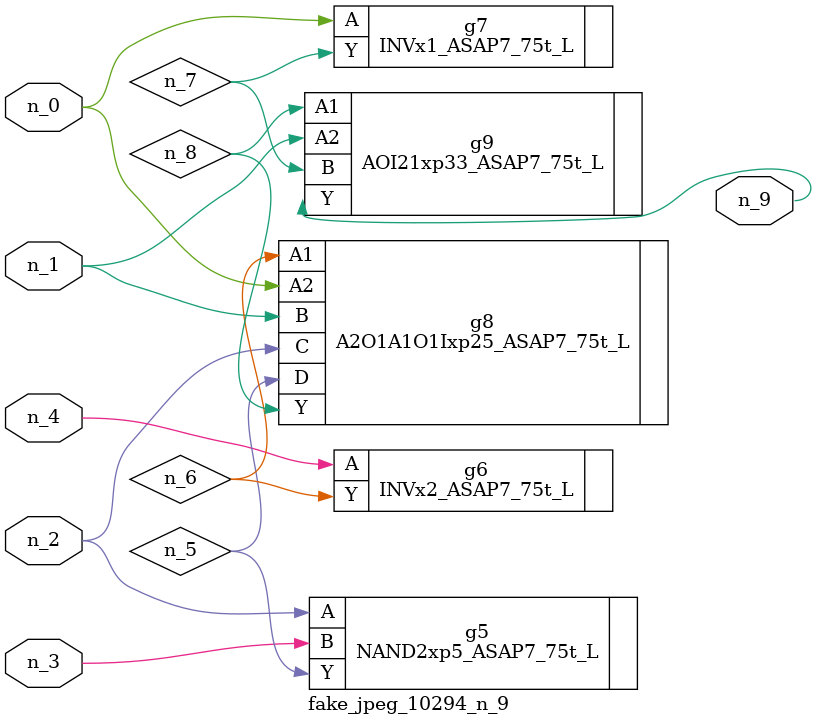
<source format=v>
module fake_jpeg_10294_n_9 (n_3, n_2, n_1, n_0, n_4, n_9);

input n_3;
input n_2;
input n_1;
input n_0;
input n_4;

output n_9;

wire n_8;
wire n_6;
wire n_5;
wire n_7;

NAND2xp5_ASAP7_75t_L g5 ( 
.A(n_2),
.B(n_3),
.Y(n_5)
);

INVx2_ASAP7_75t_L g6 ( 
.A(n_4),
.Y(n_6)
);

INVx1_ASAP7_75t_L g7 ( 
.A(n_0),
.Y(n_7)
);

A2O1A1O1Ixp25_ASAP7_75t_L g8 ( 
.A1(n_6),
.A2(n_0),
.B(n_1),
.C(n_2),
.D(n_5),
.Y(n_8)
);

AOI21xp33_ASAP7_75t_L g9 ( 
.A1(n_8),
.A2(n_1),
.B(n_7),
.Y(n_9)
);


endmodule
</source>
